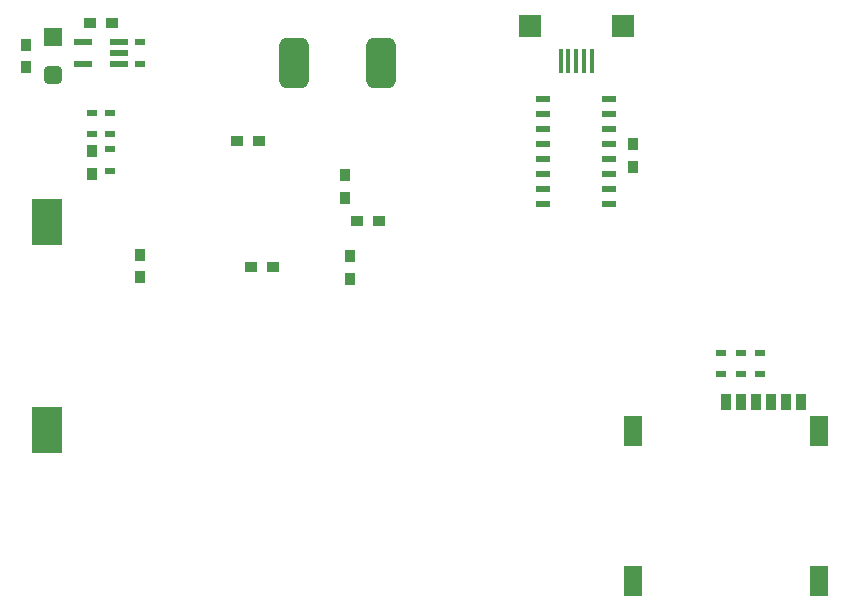
<source format=gbp>
G04*
G04 #@! TF.GenerationSoftware,Altium Limited,Altium Designer,18.1.6 (161)*
G04*
G04 Layer_Color=128*
%FSLAX25Y25*%
%MOIN*%
G70*
G01*
G75*
G04:AMPARAMS|DCode=25|XSize=60mil|YSize=60mil|CornerRadius=15mil|HoleSize=0mil|Usage=FLASHONLY|Rotation=90.000|XOffset=0mil|YOffset=0mil|HoleType=Round|Shape=RoundedRectangle|*
%AMROUNDEDRECTD25*
21,1,0.06000,0.03000,0,0,90.0*
21,1,0.03000,0.06000,0,0,90.0*
1,1,0.03000,0.01500,0.01500*
1,1,0.03000,0.01500,-0.01500*
1,1,0.03000,-0.01500,-0.01500*
1,1,0.03000,-0.01500,0.01500*
%
%ADD25ROUNDEDRECTD25*%
%ADD26R,0.06000X0.06000*%
%ADD27R,0.03740X0.03937*%
%ADD31R,0.03937X0.03740*%
%ADD32R,0.05906X0.02362*%
%ADD33R,0.03543X0.02362*%
%ADD117R,0.09843X0.15748*%
%ADD118R,0.01575X0.07874*%
%ADD119R,0.07480X0.07480*%
%ADD120R,0.06142X0.10276*%
%ADD121R,0.03543X0.05315*%
G04:AMPARAMS|DCode=122|XSize=98.43mil|YSize=169.29mil|CornerRadius=24.61mil|HoleSize=0mil|Usage=FLASHONLY|Rotation=180.000|XOffset=0mil|YOffset=0mil|HoleType=Round|Shape=RoundedRectangle|*
%AMROUNDEDRECTD122*
21,1,0.09843,0.12008,0,0,180.0*
21,1,0.04921,0.16929,0,0,180.0*
1,1,0.04921,-0.02461,0.06004*
1,1,0.04921,0.02461,0.06004*
1,1,0.04921,0.02461,-0.06004*
1,1,0.04921,-0.02461,-0.06004*
%
%ADD122ROUNDEDRECTD122*%
%ADD123R,0.04724X0.02362*%
D25*
X700500Y449201D02*
D03*
D26*
Y461799D02*
D03*
D27*
X691500Y459200D02*
D03*
Y451800D02*
D03*
X713500Y416300D02*
D03*
Y423700D02*
D03*
X799500Y388700D02*
D03*
Y381300D02*
D03*
X729500Y381800D02*
D03*
Y389200D02*
D03*
X798000Y415700D02*
D03*
Y408300D02*
D03*
X894000Y426000D02*
D03*
Y418600D02*
D03*
D31*
X720200Y466500D02*
D03*
X712800D02*
D03*
X761800Y427000D02*
D03*
X769200D02*
D03*
X809200Y400500D02*
D03*
X801800D02*
D03*
X774000Y385000D02*
D03*
X766600D02*
D03*
D32*
X710595Y460217D02*
D03*
Y452737D02*
D03*
X722405D02*
D03*
Y456477D02*
D03*
Y460217D02*
D03*
D33*
X729499Y452851D02*
D03*
X729500Y460000D02*
D03*
X719500Y436500D02*
D03*
X719499Y429351D02*
D03*
X713500D02*
D03*
X713500Y436500D02*
D03*
X719500Y417203D02*
D03*
X719500Y424352D02*
D03*
X923256Y349500D02*
D03*
X923256Y356649D02*
D03*
X929756Y349500D02*
D03*
X929756Y356649D02*
D03*
X936256Y349500D02*
D03*
X936256Y356649D02*
D03*
D117*
X698600Y400100D02*
D03*
Y330700D02*
D03*
D118*
X869831Y453816D02*
D03*
X872390D02*
D03*
X874949D02*
D03*
X877508D02*
D03*
X880149D02*
D03*
D119*
X859398Y465500D02*
D03*
X890500D02*
D03*
D120*
X893772Y280472D02*
D03*
Y330472D02*
D03*
X955898Y280472D02*
D03*
Y330472D02*
D03*
D121*
X924756Y340256D02*
D03*
X929756D02*
D03*
X934756D02*
D03*
X939756D02*
D03*
X944756D02*
D03*
X949756D02*
D03*
D122*
X781000Y453000D02*
D03*
X810000Y453000D02*
D03*
D123*
X863990Y441000D02*
D03*
Y436000D02*
D03*
Y431000D02*
D03*
Y426000D02*
D03*
Y421000D02*
D03*
Y416000D02*
D03*
Y411000D02*
D03*
Y406000D02*
D03*
X886037D02*
D03*
Y411000D02*
D03*
Y416000D02*
D03*
Y421000D02*
D03*
Y426000D02*
D03*
Y431000D02*
D03*
Y436000D02*
D03*
Y441000D02*
D03*
M02*

</source>
